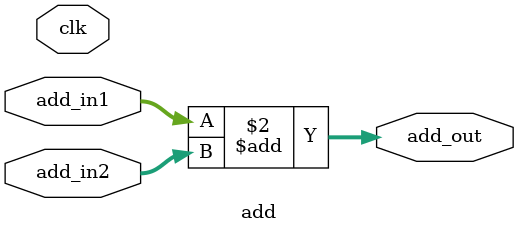
<source format=v>
`timescale 1ns / 1ps
/*
Adds two 32-bit inputs to output a 32-bit value.  Takes in npcout and s_extendout to 
output adder_out.  
*/
module add(
    input wire clk,
    input wire [31:0] add_in1,
    input wire [31:0] add_in2,
    output wire [31:0] add_out
    );
    //reg [31:0] sum;
    //assign sum = add_in1 + add_in2;
    always @(*) 
    begin
        add_out = add_in1 + add_in2;
    end
    
endmodule
</source>
